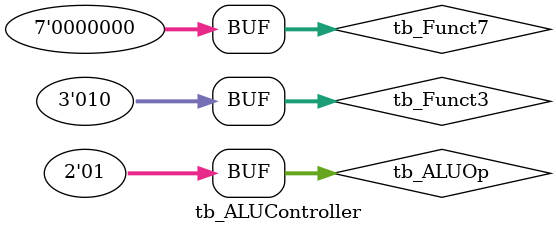
<source format=v>
`timescale 1ns / 1ps


module tb_ALUController;

    // inputs
    reg [1:0] tb_ALUOp; 
    reg [6:0] tb_Funct7; 
    reg [2:0] tb_Funct3; 
    
    // outputs
    wire [3:0] tb_Operation;

    // insantiate the DUT
    ALUController DUT(
            .ALUOp(tb_ALUOp),
            .Funct7(tb_Funct7),
            .Funct3(tb_Funct3),
            .Operation(tb_Operation)
    ); 

    initial begin
        
        // AND
        tb_Funct7 = 7'b0000000;
        tb_Funct3 = 3'b111; 
        tb_ALUOp = 2'b10; 
        #100; 

        // OR
        tb_Funct7 = 7'b0000000;
        tb_Funct3 = 3'b110; 
        tb_ALUOp = 2'b10; 
        #100; 

        // NOR
        tb_Funct7 = 7'b0000000;
        tb_Funct3 = 3'b100; 
        tb_ALUOp = 2'b10; 
        #100; 

        // SLT
        tb_Funct7 = 7'b0000000;
        tb_Funct3 = 3'b010; 
        tb_ALUOp = 2'b10; 
        #100; 

        // ADD
        tb_Funct7 = 7'b0000000;
        tb_Funct3 = 3'b000; 
        tb_ALUOp = 2'b10; 
        #100; 

        // SUB
        tb_Funct7 = 7'b0100000;
        tb_Funct3 = 3'b000; 
        tb_ALUOp = 2'b10; 
        #100; 

        // ANDI
        tb_Funct7 = 7'b0000000;
        tb_Funct3 = 3'b111; 
        tb_ALUOp = 2'b00; 
        #100; 

        // ORI
        tb_Funct7 = 7'b0000000;
        tb_Funct3 = 3'b110; 
        tb_ALUOp = 2'b00; 
        #100; 

        // NORI
        tb_Funct7 = 7'b0000000;
        tb_Funct3 = 3'b100; 
        tb_ALUOp = 2'b00; 
        #100; 

        // SLTI
        tb_Funct7 = 7'b0000000;
        tb_Funct3 = 3'b010; 
        tb_ALUOp = 2'b00; 
        #100; 

        // ADDI
        tb_Funct7 = 7'b0000000;
        tb_Funct3 = 3'b000; 
        tb_ALUOp = 2'b00; 
        #100; 

        // LW
        tb_Funct7 = 7'b0000000;
        tb_Funct3 = 3'b010; 
        tb_ALUOp = 2'b01; 
        #100; 

        // SW
        tb_Funct7 = 7'b0000000;
        tb_Funct3 = 3'b010; 
        tb_ALUOp = 2'b01; 
        #100; 
    end
endmodule

</source>
